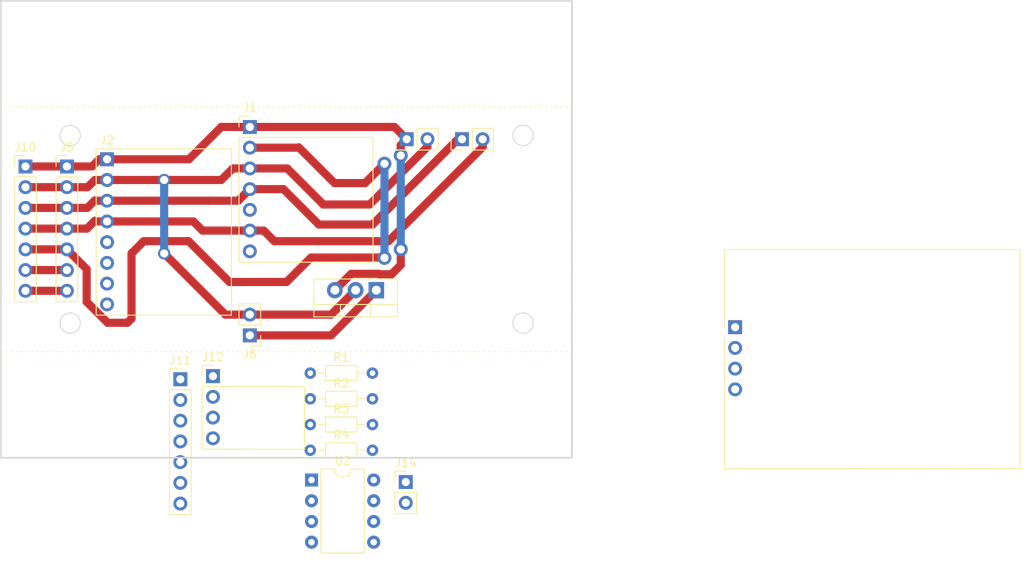
<source format=kicad_pcb>
(kicad_pcb (version 20221018) (generator pcbnew)
  (layers (0 "F.Cu" signal) (31 "B.Cu" signal) (34 "B.Paste" user) (35 "F.Paste" user) (36 "B.SilkS" user "B.Silkscreen") (37 "F.SilkS" user "F.Silkscreen") (38 "B.Mask" user) (39 "F.Mask" user) (44 "Edge.Cuts" user))
  (net 0 "")
  (net 5 "/GND")
  (net 8 "/VCC")
  (net 9 "/SCL")
  (net 10 "/SDA")
  (net 11 "/VBAT")
  (net 12 "/TX")
  (net 13 "/RX")
  (net 14 "/3Vo")
  (net 15 "/BMP/VCC")
  (net 16 "/BMP/GND")
  (net 17 "/BMP/SCL")
  (net 18 "/BMP/SDA")
  (net 19 "/BMP/VCC3")
  (net 20 "/BMP/RX")
  (net 21 "/BMP/TX")
  (net 22 "/BMP/BAT")
  (net 23 "/BMP/SHUNT")
  (net 24 "/BMP/ADC3")
  (net 25 "/BMP/ADC2")
  (net 26 "/BMP/AIN1")
  (footprint "Connector_PinHeader_2.54mm:PinHeader_1x02_P2.54mm_Vertical" (layer "F.Cu") (at 56.52 3.96 90)
    (fp_text reference "J4" hide)
    (fp_text value "BMM_DAT")
    (fp_line (start -1.33 -1.33) (end 0 -1.33) (stroke (width 0.12)) (layer "F.SilkS"))
    (fp_line (start -1.33 0) (end -1.33 -1.33) (stroke (width 0.12)) (layer "F.SilkS"))
    (fp_line (start -1.33 1.27) (end -1.33 3.87) (stroke (width 0.12)) (layer "F.SilkS"))
    (fp_line (start -1.33 1.27) (end 1.33 1.27) (stroke (width 0.12)) (layer "F.SilkS"))
    (fp_line (start -1.33 3.87) (end 1.33 3.87) (stroke (width 0.12)) (layer "F.SilkS"))
    (fp_line (start 1.33 1.27) (end 1.33 3.87) (stroke (width 0.12)) (layer "F.SilkS"))
    (pad "1" thru_hole rect (at 0 0 90) (size 1.7 1.7) (drill 1) (layers "*.Cu" "*.Mask") (net 9 "/SCL"))
    (pad "2" thru_hole oval (at 0 2.54 90) (size 1.7 1.7) (drill 1) (layers "*.Cu" "*.Mask") (net 10 "/SDA"))
  )
  (footprint "Resistor_THT:R_Axial_DIN0204_L3.6mm_D1.6mm_P7.62mm_Horizontal" (layer "F.Cu") (at 37.93 38.93)
    (fp_text reference "R3" (at 3.81 -1.92) (layer "F.SilkS"))
    (fp_text value "R")
    (fp_line (start 0.94 0) (end 1.89 0) (stroke (width 0.12)) (layer "F.SilkS"))
    (fp_line (start 1.89 -0.92) (end 1.89 0.92) (stroke (width 0.12)) (layer "F.SilkS"))
    (fp_line (start 1.89 0.92) (end 5.73 0.92) (stroke (width 0.12)) (layer "F.SilkS"))
    (fp_line (start 5.73 -0.92) (end 1.89 -0.92) (stroke (width 0.12)) (layer "F.SilkS"))
    (fp_line (start 5.73 0.92) (end 5.73 -0.92) (stroke (width 0.12)) (layer "F.SilkS"))
    (fp_line (start 6.68 0) (end 5.73 0) (stroke (width 0.12)) (layer "F.SilkS"))
    (pad "1" thru_hole circle (at 0 0) (size 1.4 1.4) (drill 0.7) (layers "*.Cu" "*.Mask") (net 22 "/BMP/BAT"))
    (pad "2" thru_hole oval (at 7.62 0) (size 1.4 1.4) (drill 0.7) (layers "*.Cu" "*.Mask") (net 25 "/BMP/ADC2"))
  )
  (footprint "Resistor_THT:R_Axial_DIN0204_L3.6mm_D1.6mm_P7.62mm_Horizontal" (layer "F.Cu") (at 37.93 42.08)
    (fp_text reference "R4" (at 3.81 -1.92) (layer "F.SilkS"))
    (fp_text value "R")
    (fp_line (start 0.94 0) (end 1.89 0) (stroke (width 0.12)) (layer "F.SilkS"))
    (fp_line (start 1.89 -0.92) (end 1.89 0.92) (stroke (width 0.12)) (layer "F.SilkS"))
    (fp_line (start 1.89 0.92) (end 5.73 0.92) (stroke (width 0.12)) (layer "F.SilkS"))
    (fp_line (start 5.73 -0.92) (end 1.89 -0.92) (stroke (width 0.12)) (layer "F.SilkS"))
    (fp_line (start 5.73 0.92) (end 5.73 -0.92) (stroke (width 0.12)) (layer "F.SilkS"))
    (fp_line (start 6.68 0) (end 5.73 0) (stroke (width 0.12)) (layer "F.SilkS"))
    (pad "1" thru_hole circle (at 0 0) (size 1.4 1.4) (drill 0.7) (layers "*.Cu" "*.Mask") (net 25 "/BMP/ADC2"))
    (pad "2" thru_hole oval (at 7.62 0) (size 1.4 1.4) (drill 0.7) (layers "*.Cu" "*.Mask") (net 16 "/BMP/GND"))
  )
  (footprint "Connector_PinHeader_2.54mm:PinHeader_1x02_P2.54mm_Vertical" (layer "F.Cu") (at 49.63 45.98)
    (fp_text reference "J14" (at 0 -2.33) (layer "F.SilkS"))
    (fp_text value "EXT")
    (fp_line (start -1.33 -1.33) (end 0 -1.33) (stroke (width 0.12)) (layer "F.SilkS"))
    (fp_line (start -1.33 0) (end -1.33 -1.33) (stroke (width 0.12)) (layer "F.SilkS"))
    (fp_line (start -1.33 1.27) (end -1.33 3.87) (stroke (width 0.12)) (layer "F.SilkS"))
    (fp_line (start -1.33 1.27) (end 1.33 1.27) (stroke (width 0.12)) (layer "F.SilkS"))
    (fp_line (start -1.33 3.87) (end 1.33 3.87) (stroke (width 0.12)) (layer "F.SilkS"))
    (fp_line (start 1.33 1.27) (end 1.33 3.87) (stroke (width 0.12)) (layer "F.SilkS"))
    (pad "1" thru_hole rect (at 0 0) (size 1.7 1.7) (drill 1) (layers "*.Cu" "*.Mask") (net 22 "/BMP/BAT"))
    (pad "2" thru_hole oval (at 0 2.54) (size 1.7 1.7) (drill 1) (layers "*.Cu" "*.Mask") (net 23 "/BMP/SHUNT"))
  )
  (footprint "Package_TO_SOT_THT:TO-220-3_Vertical" (layer "F.Cu") (at 46.02 22.46 180)
    (fp_text reference "U1" hide)
    (fp_text value "LM7805_TO220")
    (fp_line (start -2.58 -3.27) (end -2.58 1.371) (stroke (width 0.12)) (layer "F.SilkS"))
    (fp_line (start -2.58 -3.27) (end 7.66 -3.27) (stroke (width 0.12)) (layer "F.SilkS"))
    (fp_line (start -2.58 -1.76) (end 7.66 -1.76) (stroke (width 0.12)) (layer "F.SilkS"))
    (fp_line (start -2.58 1.371) (end 7.66 1.371) (stroke (width 0.12)) (layer "F.SilkS"))
    (fp_line (start 0.69 -3.27) (end 0.69 -1.76) (stroke (width 0.12)) (layer "F.SilkS"))
    (fp_line (start 4.391 -3.27) (end 4.391 -1.76) (stroke (width 0.12)) (layer "F.SilkS"))
    (fp_line (start 7.66 -3.27) (end 7.66 1.371) (stroke (width 0.12)) (layer "F.SilkS"))
    (pad "1" thru_hole rect (at 0 0 180) (size 1.905 2) (drill 1.1) (layers "*.Cu" "*.Mask") (net 11 "/VBAT"))
    (pad "2" thru_hole oval (at 2.54 0 180) (size 1.905 2) (drill 1.1) (layers "*.Cu" "*.Mask") (net 5 "/GND"))
    (pad "3" thru_hole oval (at 5.08 0 180) (size 1.905 2) (drill 1.1) (layers "*.Cu" "*.Mask") (net 8 "/VCC"))
  )
  (footprint "Connector_PinHeader_2.54mm:PinHeader_1x07_P2.54mm_Vertical" (layer "F.Cu") (at 3.02 7.3)
    (fp_text reference "J10" (at 0 -2.33) (layer "F.SilkS"))
    (fp_text value "Input")
    (fp_line (start -1.33 -1.33) (end 0 -1.33) (stroke (width 0.12)) (layer "F.SilkS"))
    (fp_line (start -1.33 0) (end -1.33 -1.33) (stroke (width 0.12)) (layer "F.SilkS"))
    (fp_line (start -1.33 1.27) (end -1.33 16.57) (stroke (width 0.12)) (layer "F.SilkS"))
    (fp_line (start -1.33 1.27) (end 1.33 1.27) (stroke (width 0.12)) (layer "F.SilkS"))
    (fp_line (start -1.33 16.57) (end 1.33 16.57) (stroke (width 0.12)) (layer "F.SilkS"))
    (fp_line (start 1.33 1.27) (end 1.33 16.57) (stroke (width 0.12)) (layer "F.SilkS"))
    (pad "1" thru_hole rect (at 0 0) (size 1.7 1.7) (drill 1) (layers "*.Cu" "*.Mask") (net 8 "/VCC"))
    (pad "2" thru_hole oval (at 0 2.54) (size 1.7 1.7) (drill 1) (layers "*.Cu" "*.Mask") (net 5 "/GND"))
    (pad "3" thru_hole oval (at 0 5.08) (size 1.7 1.7) (drill 1) (layers "*.Cu" "*.Mask") (net 9 "/SCL"))
    (pad "4" thru_hole oval (at 0 7.62) (size 1.7 1.7) (drill 1) (layers "*.Cu" "*.Mask") (net 10 "/SDA"))
    (pad "5" thru_hole oval (at 0 10.16) (size 1.7 1.7) (drill 1) (layers "*.Cu" "*.Mask") (net 14 "/3Vo"))
    (pad "6" thru_hole oval (at 0 12.7) (size 1.7 1.7) (drill 1) (layers "*.Cu" "*.Mask") (net 13 "/RX"))
    (pad "7" thru_hole oval (at 0 15.24) (size 1.7 1.7) (drill 1) (layers "*.Cu" "*.Mask") (net 12 "/TX"))
  )
  (footprint "Resistor_THT:R_Axial_DIN0204_L3.6mm_D1.6mm_P7.62mm_Horizontal" (layer "F.Cu") (at 37.93 35.78)
    (fp_text reference "R2" (at 3.81 -1.92) (layer "F.SilkS"))
    (fp_text value "R")
    (fp_line (start 0.94 0) (end 1.89 0) (stroke (width 0.12)) (layer "F.SilkS"))
    (fp_line (start 1.89 -0.92) (end 1.89 0.92) (stroke (width 0.12)) (layer "F.SilkS"))
    (fp_line (start 1.89 0.92) (end 5.73 0.92) (stroke (width 0.12)) (layer "F.SilkS"))
    (fp_line (start 5.73 -0.92) (end 1.89 -0.92) (stroke (width 0.12)) (layer "F.SilkS"))
    (fp_line (start 5.73 0.92) (end 5.73 -0.92) (stroke (width 0.12)) (layer "F.SilkS"))
    (fp_line (start 6.68 0) (end 5.73 0) (stroke (width 0.12)) (layer "F.SilkS"))
    (pad "1" thru_hole circle (at 0 0) (size 1.4 1.4) (drill 0.7) (layers "*.Cu" "*.Mask") (net 24 "/BMP/ADC3"))
    (pad "2" thru_hole oval (at 7.62 0) (size 1.4 1.4) (drill 0.7) (layers "*.Cu" "*.Mask") (net 16 "/BMP/GND"))
  )
  (footprint "Connector_PinHeader_2.54mm:PinHeader_1x07_P2.54mm_Vertical" (layer "F.Cu") (at 30.52 2.46)
    (fp_text reference "J1" (at 0 -2.33) (layer "F.SilkS"))
    (fp_text value "BMP280")
    (fp_line (start -1.33 -1.33) (end 0 -1.33) (stroke (width 0.12)) (layer "F.SilkS"))
    (fp_line (start -1.33 0) (end -1.33 -1.33) (stroke (width 0.12)) (layer "F.SilkS"))
    (fp_line (start -1.33 1.27) (end -1.33 16.57) (stroke (width 0.12)) (layer "F.SilkS"))
    (fp_line (start -1.33 1.27) (end 15.1 1.275) (stroke (width 0.12)) (layer "F.SilkS"))
    (fp_line (start -1.33 16.57) (end 15.1 16.6) (stroke (width 0.12)) (layer "F.SilkS"))
    (fp_line (start 15.1 1.275) (end 15.1 16.6) (stroke (width 0.12)) (layer "F.SilkS"))
    (pad "1" thru_hole rect (at 0 0) (size 1.7 1.7) (drill 1) (layers "*.Cu" "*.Mask") (net 8 "/VCC"))
    (pad "2" thru_hole oval (at 0 2.54) (size 1.7 1.7) (drill 1) (layers "*.Cu" "*.Mask") (net 14 "/3Vo"))
    (pad "3" thru_hole oval (at 0 5.08) (size 1.7 1.7) (drill 1) (layers "*.Cu" "*.Mask") (net 5 "/GND"))
    (pad "4" thru_hole oval (at 0 7.62) (size 1.7 1.7) (drill 1) (layers "*.Cu" "*.Mask") (net 9 "/SCL"))
    (pad "5" thru_hole oval (at 0 10.16) (size 1.7 1.7) (drill 1) (layers "*.Cu" "*.Mask"))
    (pad "6" thru_hole oval (at 0 12.7) (size 1.7 1.7) (drill 1) (layers "*.Cu" "*.Mask") (net 10 "/SDA"))
    (pad "7" thru_hole oval (at 0 15.24) (size 1.7 1.7) (drill 1) (layers "*.Cu" "*.Mask"))
  )
  (footprint "Library:GPS Neo-6M" (layer "F.Cu") (at 90 27)
    (fp_text reference "J13" hide)
    (fp_text value "GPS")
    (fp_line (start -1.33 -9.525) (end 34.925 -9.525) (stroke (width 0.12)) (layer "F.SilkS"))
    (fp_line (start -1.33 0) (end -1.33 -9.525) (stroke (width 0.12)) (layer "F.SilkS"))
    (fp_line (start -1.33 1.27) (end -1.33 17.345) (stroke (width 0.12)) (layer "F.SilkS"))
    (fp_line (start -1.33 17.345) (end 34.925 17.315) (stroke (width 0.12)) (layer "F.SilkS"))
    (fp_line (start 34.925 -9.525) (end 34.925 17.315) (stroke (width 0.12)) (layer "F.SilkS"))
    (pad "1" thru_hole rect (at 0 0) (size 1.7 1.7) (drill 1) (layers "*.Cu" "*.Mask") (net 16 "/BMP/GND"))
    (pad "2" thru_hole oval (at 0 2.54) (size 1.7 1.7) (drill 1) (layers "*.Cu" "*.Mask") (net 21 "/BMP/TX"))
    (pad "3" thru_hole oval (at 0 5.08) (size 1.7 1.7) (drill 1) (layers "*.Cu" "*.Mask") (net 20 "/BMP/RX"))
    (pad "4" thru_hole oval (at 0 7.62) (size 1.7 1.7) (drill 1) (layers "*.Cu" "*.Mask") (net 19 "/BMP/VCC3"))
  )
  (footprint "Connector_PinHeader_2.54mm:PinHeader_1x02_P2.54mm_Vertical" (layer "F.Cu") (at 49.745 3.96 90)
    (fp_text reference "J3" hide)
    (fp_text value "BMM_PWR")
    (fp_line (start -1.33 -1.33) (end 0 -1.33) (stroke (width 0.12)) (layer "F.SilkS"))
    (fp_line (start -1.33 0) (end -1.33 -1.33) (stroke (width 0.12)) (layer "F.SilkS"))
    (fp_line (start -1.33 1.27) (end -1.33 3.87) (stroke (width 0.12)) (layer "F.SilkS"))
    (fp_line (start -1.33 1.27) (end 1.33 1.27) (stroke (width 0.12)) (layer "F.SilkS"))
    (fp_line (start -1.33 3.87) (end 1.33 3.87) (stroke (width 0.12)) (layer "F.SilkS"))
    (fp_line (start 1.33 1.27) (end 1.33 3.87) (stroke (width 0.12)) (layer "F.SilkS"))
    (pad "1" thru_hole rect (at 0 0 90) (size 1.7 1.7) (drill 1) (layers "*.Cu" "*.Mask") (net 8 "/VCC"))
    (pad "2" thru_hole oval (at 0 2.54 90) (size 1.7 1.7) (drill 1) (layers "*.Cu" "*.Mask") (net 5 "/GND"))
  )
  (footprint "Library:SHT30" (layer "F.Cu") (at 26 33)
    (fp_text reference "J12" (at 0 -2.33) (layer "F.SilkS"))
    (fp_text value "SHT30")
    (fp_line (start -1.33 -1.33) (end 0 -1.33) (stroke (width 0.12)) (layer "F.SilkS"))
    (fp_line (start -1.33 0) (end -1.33 -1.33) (stroke (width 0.12)) (layer "F.SilkS"))
    (fp_line (start -1.33 1.27) (end -1.33 8.95) (stroke (width 0.12)) (layer "F.SilkS"))
    (fp_line (start -1.33 1.27) (end 11.214 1.28) (stroke (width 0.12)) (layer "F.SilkS"))
    (fp_line (start -1.33 8.95) (end 11.214 8.96) (stroke (width 0.12)) (layer "F.SilkS"))
    (fp_line (start 11.214 1.28) (end 11.214 8.96) (stroke (width 0.12)) (layer "F.SilkS"))
    (pad "1" thru_hole rect (at 0 0) (size 1.7 1.7) (drill 1) (layers "*.Cu" "*.Mask") (net 19 "/BMP/VCC3"))
    (pad "2" thru_hole oval (at 0 2.54) (size 1.7 1.7) (drill 1) (layers "*.Cu" "*.Mask") (net 16 "/BMP/GND"))
    (pad "3" thru_hole oval (at 0 5.08) (size 1.7 1.7) (drill 1) (layers "*.Cu" "*.Mask") (net 18 "/BMP/SDA"))
    (pad "4" thru_hole oval (at 0 7.62) (size 1.7 1.7) (drill 1) (layers "*.Cu" "*.Mask") (net 17 "/BMP/SCL"))
  )
  (footprint "Connector_PinHeader_2.54mm:PinHeader_1x02_P2.54mm_Vertical" (layer "F.Cu") (at 30.52 28 180)
    (fp_text reference "J6" (at 0 -2.33) (layer "F.SilkS"))
    (fp_text value "BAT")
    (fp_line (start -1.33 -1.33) (end 0 -1.33) (stroke (width 0.12)) (layer "F.SilkS"))
    (fp_line (start -1.33 0) (end -1.33 -1.33) (stroke (width 0.12)) (layer "F.SilkS"))
    (fp_line (start -1.33 1.27) (end -1.33 3.87) (stroke (width 0.12)) (layer "F.SilkS"))
    (fp_line (start -1.33 1.27) (end 1.33 1.27) (stroke (width 0.12)) (layer "F.SilkS"))
    (fp_line (start -1.33 3.87) (end 1.33 3.87) (stroke (width 0.12)) (layer "F.SilkS"))
    (fp_line (start 1.33 1.27) (end 1.33 3.87) (stroke (width 0.12)) (layer "F.SilkS"))
    (pad "1" thru_hole rect (at 0 0 180) (size 1.7 1.7) (drill 1) (layers "*.Cu" "*.Mask") (net 11 "/VBAT"))
    (pad "2" thru_hole oval (at 0 2.54 180) (size 1.7 1.7) (drill 1) (layers "*.Cu" "*.Mask") (net 5 "/GND"))
  )
  (footprint "Resistor_THT:R_Axial_DIN0204_L3.6mm_D1.6mm_P7.62mm_Horizontal" (layer "F.Cu") (at 37.93 32.63)
    (fp_text reference "R1" (at 3.81 -1.92) (layer "F.SilkS"))
    (fp_text value "R")
    (fp_line (start 0.94 0) (end 1.89 0) (stroke (width 0.12)) (layer "F.SilkS"))
    (fp_line (start 1.89 -0.92) (end 1.89 0.92) (stroke (width 0.12)) (layer "F.SilkS"))
    (fp_line (start 1.89 0.92) (end 5.73 0.92) (stroke (width 0.12)) (layer "F.SilkS"))
    (fp_line (start 5.73 -0.92) (end 1.89 -0.92) (stroke (width 0.12)) (layer "F.SilkS"))
    (fp_line (start 5.73 0.92) (end 5.73 -0.92) (stroke (width 0.12)) (layer "F.SilkS"))
    (fp_line (start 6.68 0) (end 5.73 0) (stroke (width 0.12)) (layer "F.SilkS"))
    (pad "1" thru_hole circle (at 0 0) (size 1.4 1.4) (drill 0.7) (layers "*.Cu" "*.Mask") (net 23 "/BMP/SHUNT"))
    (pad "2" thru_hole oval (at 7.62 0) (size 1.4 1.4) (drill 0.7) (layers "*.Cu" "*.Mask") (net 24 "/BMP/ADC3"))
  )
  (footprint "Connector_PinHeader_2.54mm:PinHeader_1x07_P2.54mm_Vertical" (layer "F.Cu") (at 22 33.38)
    (fp_text reference "J11" (at 0 -2.33) (layer "F.SilkS"))
    (fp_text value "INPUT_PISO_1")
    (fp_line (start -1.33 -1.33) (end 0 -1.33) (stroke (width 0.12)) (layer "F.SilkS"))
    (fp_line (start -1.33 0) (end -1.33 -1.33) (stroke (width 0.12)) (layer "F.SilkS"))
    (fp_line (start -1.33 1.27) (end -1.33 16.57) (stroke (width 0.12)) (layer "F.SilkS"))
    (fp_line (start -1.33 1.27) (end 1.33 1.27) (stroke (width 0.12)) (layer "F.SilkS"))
    (fp_line (start -1.33 16.57) (end 1.33 16.57) (stroke (width 0.12)) (layer "F.SilkS"))
    (fp_line (start 1.33 1.27) (end 1.33 16.57) (stroke (width 0.12)) (layer "F.SilkS"))
    (pad "1" thru_hole rect (at 0 0) (size 1.7 1.7) (drill 1) (layers "*.Cu" "*.Mask") (net 15 "/BMP/VCC"))
    (pad "2" thru_hole oval (at 0 2.54) (size 1.7 1.7) (drill 1) (layers "*.Cu" "*.Mask") (net 16 "/BMP/GND"))
    (pad "3" thru_hole oval (at 0 5.08) (size 1.7 1.7) (drill 1) (layers "*.Cu" "*.Mask") (net 17 "/BMP/SCL"))
    (pad "4" thru_hole oval (at 0 7.62) (size 1.7 1.7) (drill 1) (layers "*.Cu" "*.Mask") (net 18 "/BMP/SDA"))
    (pad "5" thru_hole oval (at 0 10.16) (size 1.7 1.7) (drill 1) (layers "*.Cu" "*.Mask") (net 19 "/BMP/VCC3"))
    (pad "6" thru_hole oval (at 0 12.7) (size 1.7 1.7) (drill 1) (layers "*.Cu" "*.Mask") (net 20 "/BMP/RX"))
    (pad "7" thru_hole oval (at 0 15.24) (size 1.7 1.7) (drill 1) (layers "*.Cu" "*.Mask") (net 21 "/BMP/TX"))
  )
  (footprint "Package_DIP:DIP-8_W7.62mm" (layer "F.Cu") (at 38.08 45.73)
    (fp_text reference "U2" (at 3.81 -2.33) (layer "F.SilkS"))
    (fp_text value "ATtiny45-20P")
    (fp_line (start 1.16 -1.33) (end 1.16 8.95) (stroke (width 0.12)) (layer "F.SilkS"))
    (fp_line (start 1.16 8.95) (end 6.46 8.95) (stroke (width 0.12)) (layer "F.SilkS"))
    (fp_line (start 2.81 -1.33) (end 1.16 -1.33) (stroke (width 0.12)) (layer "F.SilkS"))
    (fp_line (start 6.46 -1.33) (end 4.81 -1.33) (stroke (width 0.12)) (layer "F.SilkS"))
    (fp_line (start 6.46 8.95) (end 6.46 -1.33) (stroke (width 0.12)) (layer "F.SilkS"))
    (fp_arc (start 4.81 -1.33) (mid 3.81 -0.33) (end 2.81 -1.33) (stroke (width 0.12)) (layer "F.SilkS"))
    (pad "1" thru_hole rect (at 0 0) (size 1.6 1.6) (drill 0.8) (layers "*.Cu" "*.Mask") (net 19 "/BMP/VCC3"))
    (pad "2" thru_hole oval (at 0 2.54) (size 1.6 1.6) (drill 0.8) (layers "*.Cu" "*.Mask") (net 24 "/BMP/ADC3"))
    (pad "3" thru_hole oval (at 0 5.08) (size 1.6 1.6) (drill 0.8) (layers "*.Cu" "*.Mask") (net 25 "/BMP/ADC2"))
    (pad "4" thru_hole oval (at 0 7.62) (size 1.6 1.6) (drill 0.8) (layers "*.Cu" "*.Mask") (net 16 "/BMP/GND"))
    (pad "5" thru_hole oval (at 7.62 7.62) (size 1.6 1.6) (drill 0.8) (layers "*.Cu" "*.Mask") (net 18 "/BMP/SDA"))
    (pad "6" thru_hole oval (at 7.62 5.08) (size 1.6 1.6) (drill 0.8) (layers "*.Cu" "*.Mask") (net 26 "/BMP/AIN1"))
    (pad "7" thru_hole oval (at 7.62 2.54) (size 1.6 1.6) (drill 0.8) (layers "*.Cu" "*.Mask") (net 17 "/BMP/SCL"))
    (pad "8" thru_hole oval (at 7.62 0) (size 1.6 1.6) (drill 0.8) (layers "*.Cu" "*.Mask") (net 19 "/BMP/VCC3"))
  )
  (footprint "Connector_PinHeader_2.54mm:PinHeader_1x07_P2.54mm_Vertical" (layer "F.Cu") (at 8.1 7.3)
    (fp_text reference "J5" (at 0 -2.33) (layer "F.SilkS"))
    (fp_text value "Output")
    (fp_line (start -1.33 -1.33) (end 0 -1.33) (stroke (width 0.12)) (layer "F.SilkS"))
    (fp_line (start -1.33 0) (end -1.33 -1.33) (stroke (width 0.12)) (layer "F.SilkS"))
    (fp_line (start -1.33 1.27) (end -1.33 16.57) (stroke (width 0.12)) (layer "F.SilkS"))
    (fp_line (start -1.33 1.27) (end 1.33 1.27) (stroke (width 0.12)) (layer "F.SilkS"))
    (fp_line (start -1.33 16.57) (end 1.33 16.57) (stroke (width 0.12)) (layer "F.SilkS"))
    (fp_line (start 1.33 1.27) (end 1.33 16.57) (stroke (width 0.12)) (layer "F.SilkS"))
    (pad "1" thru_hole rect (at 0 0) (size 1.7 1.7) (drill 1) (layers "*.Cu" "*.Mask") (net 8 "/VCC"))
    (pad "2" thru_hole oval (at 0 2.54) (size 1.7 1.7) (drill 1) (layers "*.Cu" "*.Mask") (net 5 "/GND"))
    (pad "3" thru_hole oval (at 0 5.08) (size 1.7 1.7) (drill 1) (layers "*.Cu" "*.Mask") (net 9 "/SCL"))
    (pad "4" thru_hole oval (at 0 7.62) (size 1.7 1.7) (drill 1) (layers "*.Cu" "*.Mask") (net 10 "/SDA"))
    (pad "5" thru_hole oval (at 0 10.16) (size 1.7 1.7) (drill 1) (layers "*.Cu" "*.Mask") (net 14 "/3Vo"))
    (pad "6" thru_hole oval (at 0 12.7) (size 1.7 1.7) (drill 1) (layers "*.Cu" "*.Mask") (net 13 "/RX"))
    (pad "7" thru_hole oval (at 0 15.24) (size 1.7 1.7) (drill 1) (layers "*.Cu" "*.Mask") (net 12 "/TX"))
  )
  (footprint "Connector_PinHeader_2.54mm:PinHeader_1x08_P2.54mm_Vertical" (layer "F.Cu") (at 13.02 6.42)
    (fp_text reference "J2" (at 0 -2.33) (layer "F.SilkS"))
    (fp_text value "MPU6050")
    (fp_line (start -1.33 -1.27) (end -1.33 19.11) (stroke (width 0.12)) (layer "F.SilkS"))
    (fp_line (start -1.33 -1.27) (end 15.24 -1.27) (stroke (width 0.12)) (layer "F.SilkS"))
    (fp_line (start -1.33 19.11) (end 15.24 19.11) (stroke (width 0.12)) (layer "F.SilkS"))
    (fp_line (start 15.24 -1.27) (end 15.24 19.11) (stroke (width 0.12)) (layer "F.SilkS"))
    (pad "1" thru_hole rect (at 0 0) (size 1.7 1.7) (drill 1) (layers "*.Cu" "*.Mask") (net 8 "/VCC"))
    (pad "2" thru_hole oval (at 0 2.54) (size 1.7 1.7) (drill 1) (layers "*.Cu" "*.Mask") (net 5 "/GND"))
    (pad "3" thru_hole oval (at 0 5.08) (size 1.7 1.7) (drill 1) (layers "*.Cu" "*.Mask") (net 9 "/SCL"))
    (pad "4" thru_hole oval (at 0 7.62) (size 1.7 1.7) (drill 1) (layers "*.Cu" "*.Mask") (net 10 "/SDA"))
    (pad "5" thru_hole oval (at 0 10.16) (size 1.7 1.7) (drill 1) (layers "*.Cu" "*.Mask"))
    (pad "6" thru_hole oval (at 0 12.7) (size 1.7 1.7) (drill 1) (layers "*.Cu" "*.Mask"))
    (pad "7" thru_hole oval (at 0 15.24) (size 1.7 1.7) (drill 1) (layers "*.Cu" "*.Mask"))
    (pad "8" thru_hole oval (at 0 17.78) (size 1.7 1.7) (drill 1) (layers "*.Cu" "*.Mask"))
  )
  (gr_rect (start 0 0) (end 70 30) (stroke (width 0.15) (type dot)) (fill none) (layer "F.SilkS"))
  (gr_circle (center 8.5 3.5) (end 9.75 3.5) (stroke (width 0.1)) (fill none) (layer "Edge.Cuts"))
  (gr_circle (center 64 26.5) (end 65.25 26.5) (stroke (width 0.1)) (fill none) (layer "Edge.Cuts"))
  (gr_rect (start 0 -13) (end 70 43) (stroke (width 0.2)) (fill none) (layer "Edge.Cuts"))
  (gr_circle (center 64 3.5) (end 65.25 3.5) (stroke (width 0.1)) (fill none) (layer "Edge.Cuts"))
  (gr_circle (center 8.5 26.5) (end 9.75 26.5) (stroke (width 0.1)) (fill none) (layer "Edge.Cuts"))
  (segment (start 20.02 8.96) (end 11.52 8.96) (width 1) (layer "F.Cu") (net 5))
  (segment (start 27.02 8.96) (end 20.02 8.96) (width 1) (layer "F.Cu") (net 5))
  (segment (start 10.64 9.84) (end 8.1 9.84) (width 1) (layer "F.Cu") (net 5))
  (segment (start 45.212032 11.96) (end 39.52 11.96) (width 1) (layer "F.Cu") (net 5))
  (segment (start 11.52 8.96) (end 10.64 9.84) (width 1) (layer "F.Cu") (net 5))
  (segment (start 8.1 9.84) (end 3.02 9.84) (width 1) (layer "F.Cu") (net 5))
  (segment (start 30.52 7.54) (end 28.44 7.54) (width 1) (layer "F.Cu") (net 5))
  (segment (start 35.1 7.54) (end 30.52 7.54) (width 1) (layer "F.Cu") (net 5))
  (segment (start 30.52 25.46) (end 27.52 25.46) (width 1) (layer "F.Cu") (net 5))
  (segment (start 39.52 11.96) (end 35.1 7.54) (width 1) (layer "F.Cu") (net 5))
  (segment (start 28.44 7.54) (end 27.02 8.96) (width 1) (layer "F.Cu") (net 5))
  (segment (start 43.48 22.46) (end 40.48 25.46) (width 1) (layer "F.Cu") (net 5))
  (segment (start 52.285 4.887032) (end 45.212032 11.96) (width 1) (layer "F.Cu") (net 5))
  (segment (start 27.52 25.46) (end 20.02 17.96) (width 1) (layer "F.Cu") (net 5))
  (segment (start 40.48 25.46) (end 30.52 25.46) (width 1) (layer "F.Cu") (net 5))
  (segment (start 52.285 3.96) (end 52.285 4.887032) (width 1) (layer "F.Cu") (net 5))
  (via (at 20.02 8.96) (size 1.5) (drill 1) (layers "F.Cu" "B.Cu") (net 5))
  (via (at 20.02 17.96) (size 1.5) (drill 1) (layers "F.Cu" "B.Cu") (net 5))
  (segment (start 20.02 17.96) (end 20.02 8.96) (width 1) (layer "B.Cu") (net 5))
  (segment (start 11.18 7.3) (end 12.06 6.42) (width 1) (layer "F.Cu") (net 8))
  (segment (start 13.02 6.42) (end 23.06 6.42) (width 1) (layer "F.Cu") (net 8))
  (segment (start 46.377968 20.51) (end 47.89 20.51) (width 1) (layer "F.Cu") (net 8))
  (segment (start 47.89 20.51) (end 49.02 19.38) (width 1) (layer "F.Cu") (net 8))
  (segment (start 46.327968 20.46) (end 46.377968 20.51) (width 1) (layer "F.Cu") (net 8))
  (segment (start 49.02 5.96) (end 49.02 4.685) (width 1) (layer "F.Cu") (net 8))
  (segment (start 3.02 7.3) (end 8.1 7.3) (width 1) (layer "F.Cu") (net 8))
  (segment (start 12.06 6.42) (end 13.02 6.42) (width 1) (layer "F.Cu") (net 8))
  (segment (start 49.02 4.685) (end 49.745 3.96) (width 1) (layer "F.Cu") (net 8))
  (segment (start 40.94 22.46) (end 42.94 20.46) (width 1) (layer "F.Cu") (net 8))
  (segment (start 48.245 2.46) (end 30.52 2.46) (width 1) (layer "F.Cu") (net 8))
  (segment (start 42.94 20.46) (end 46.327968 20.46) (width 1) (layer "F.Cu") (net 8))
  (segment (start 8.1 7.3) (end 11.18 7.3) (width 1) (layer "F.Cu") (net 8))
  (segment (start 23.06 6.42) (end 27.02 2.46) (width 1) (layer "F.Cu") (net 8))
  (segment (start 49.02 19.38) (end 49.02 17.46) (width 1) (layer "F.Cu") (net 8))
  (segment (start 27.02 2.46) (end 30.52 2.46) (width 1) (layer "F.Cu") (net 8))
  (segment (start 49.745 3.96) (end 48.245 2.46) (width 1) (layer "F.Cu") (net 8))
  (via (at 49.02 5.96) (size 1.7) (drill 1) (layers "F.Cu" "B.Cu") (net 8))
  (via (at 49.02 17.46) (size 1.7) (drill 1) (layers "F.Cu" "B.Cu") (net 8))
  (segment (start 49.02 17.46) (end 49.02 5.96) (width 1) (layer "B.Cu") (net 8))
  (segment (start 11.52 11.46) (end 11.56 11.5) (width 1) (layer "F.Cu") (net 9))
  (segment (start 38.98 14.42) (end 45.56 14.42) (width 1) (layer "F.Cu") (net 9))
  (segment (start 3.02 12.38) (end 8.1 12.38) (width 1) (layer "F.Cu") (net 9))
  (segment (start 25.56 11.5) (end 29.1 11.5) (width 1) (layer "F.Cu") (net 9))
  (segment (start 10.6 12.38) (end 11.52 11.46) (width 1) (layer "F.Cu") (net 9))
  (segment (start 29.1 11.5) (end 30.52 10.08) (width 1) (layer "F.Cu") (net 9))
  (segment (start 11.56 11.5) (end 25.56 11.5) (width 1) (layer "F.Cu") (net 9))
  (segment (start 56.02 3.96) (end 56.52 3.96) (width 1) (layer "F.Cu") (net 9))
  (segment (start 34.64 10.08) (end 38.98 14.42) (width 1) (layer "F.Cu") (net 9))
  (segment (start 30.52 10.08) (end 34.64 10.08) (width 1) (layer "F.Cu") (net 9))
  (segment (start 45.56 14.42) (end 56.02 3.96) (width 1) (layer "F.Cu") (net 9))
  (segment (start 8.1 12.38) (end 10.6 12.38) (width 1) (layer "F.Cu") (net 9))
  (segment (start 11.6 14.04) (end 23.6 14.04) (width 1) (layer "F.Cu") (net 10))
  (segment (start 24.72 15.16) (end 32.22 15.16) (width 1) (layer "F.Cu") (net 10))
  (segment (start 8.1 14.92) (end 10.56 14.92) (width 1) (layer "F.Cu") (net 10))
  (segment (start 59.06 4.92) (end 59.06 3.96) (width 1) (layer "F.Cu") (net 10))
  (segment (start 10.56 14.92) (end 11.52 13.96) (width 1) (layer "F.Cu") (net 10))
  (segment (start 33.52 16.46) (end 47.52 16.46) (width 1) (layer "F.Cu") (net 10))
  (segment (start 47.52 16.46) (end 59.06 4.92) (width 1) (layer "F.Cu") (net 10))
  (segment (start 11.52 13.96) (end 11.6 14.04) (width 1) (layer "F.Cu") (net 10))
  (segment (start 23.6 14.04) (end 24.72 15.16) (width 1) (layer "F.Cu") (net 10))
  (segment (start 8.1 14.92) (end 3.02 14.92) (width 1) (layer "F.Cu") (net 10))
  (segment (start 32.22 15.16) (end 33.52 16.46) (width 1) (layer "F.Cu") (net 10))
  (segment (start 30.52 28) (end 40.48 28) (width 1) (layer "F.Cu") (net 11))
  (segment (start 40.48 28) (end 46.02 22.46) (width 1) (layer "F.Cu") (net 11))
  (segment (start 3.02 22.54) (end 8.1 22.54) (width 1) (layer "F.Cu") (net 12))
  (segment (start 8.1 20) (end 3.02 20) (width 1) (layer "F.Cu") (net 13))
  (segment (start 46.9705 18.46) (end 38.02 18.46) (width 1) (layer "F.Cu") (net 14))
  (segment (start 15.52 26.46) (end 13.089616 26.46) (width 1) (layer "F.Cu") (net 14))
  (segment (start 40.9 9.34) (end 36.52 4.96) (width 1) (layer "F.Cu") (net 14))
  (segment (start 23.02 16.46) (end 17.52 16.46) (width 1) (layer "F.Cu") (net 14))
  (segment (start 36.52 4.96) (end 36.48 5) (width 1) (layer "F.Cu") (net 14))
  (segment (start 47.02 18.5095) (end 46.9705 18.46) (width 1) (layer "F.Cu") (net 14))
  (segment (start 16.02 25.96) (end 15.52 26.46) (width 1) (layer "F.Cu") (net 14))
  (segment (start 3.02 17.46) (end 8.1 17.46) (width 1) (layer "F.Cu") (net 14))
  (segment (start 35.02 21.46) (end 28.02 21.46) (width 1) (layer "F.Cu") (net 14))
  (segment (start 38.02 18.46) (end 35.02 21.46) (width 1) (layer "F.Cu") (net 14))
  (segment (start 36.48 5) (end 30.52 5) (width 1) (layer "F.Cu") (net 14))
  (segment (start 28.02 21.46) (end 23.02 16.46) (width 1) (layer "F.Cu") (net 14))
  (segment (start 10.52 19.88) (end 8.1 17.46) (width 1) (layer "F.Cu") (net 14))
  (segment (start 17.52 16.46) (end 16.02 17.96) (width 1) (layer "F.Cu") (net 14))
  (segment (start 13.089616 26.46) (end 10.52 23.890384) (width 1) (layer "F.Cu") (net 14))
  (segment (start 44.64 9.34) (end 40.9 9.34) (width 1) (layer "F.Cu") (net 14))
  (segment (start 10.52 23.890384) (end 10.52 19.88) (width 1) (layer "F.Cu") (net 14))
  (segment (start 44.64 9.34) (end 47.02 6.96) (width 1) (layer "F.Cu") (net 14))
  (segment (start 16.02 17.96) (end 16.02 25.96) (width 1) (layer "F.Cu") (net 14))
  (via (at 47.02 18.5095) (size 1.7) (drill 1) (layers "F.Cu" "B.Cu") (net 14))
  (via (at 47.02 6.96) (size 1.7) (drill 1) (layers "F.Cu" "B.Cu") (net 14))
  (segment (start 47.02 6.96) (end 47.02 18.5095) (width 1) (layer "B.Cu") (net 14))
)
</source>
